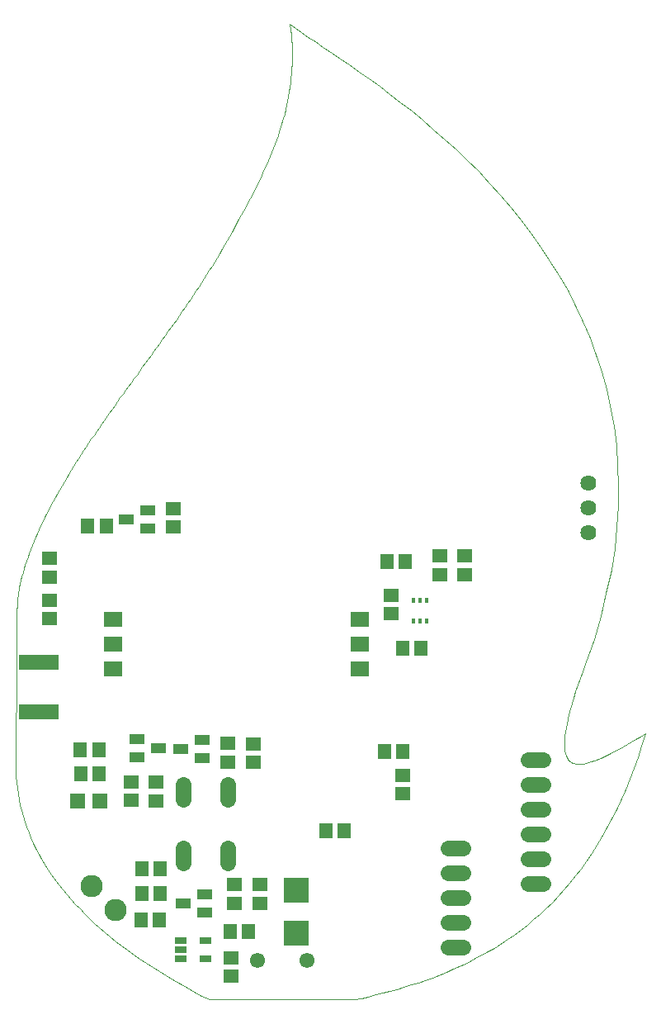
<source format=gbs>
G75*
%MOIN*%
%OFA0B0*%
%FSLAX25Y25*%
%IPPOS*%
%LPD*%
%AMOC8*
5,1,8,0,0,1.08239X$1,22.5*
%
%ADD10C,0.00000*%
%ADD11C,0.06400*%
%ADD12C,0.09000*%
%ADD13R,0.05518X0.06306*%
%ADD14R,0.06306X0.05518*%
%ADD15R,0.06100X0.05900*%
%ADD16R,0.05912X0.04337*%
%ADD17R,0.09849X0.09849*%
%ADD18R,0.01778X0.02369*%
%ADD19C,0.06109*%
%ADD20C,0.06400*%
%ADD21R,0.07487X0.05912*%
%ADD22R,0.05124X0.02565*%
%ADD23R,0.16400X0.06400*%
D10*
X0049225Y0058865D02*
X0046667Y0063028D01*
X0045489Y0065136D01*
X0044414Y0067269D01*
X0043340Y0069403D01*
X0042369Y0071562D01*
X0041504Y0073747D01*
X0040639Y0075932D01*
X0039879Y0078143D01*
X0039227Y0080380D01*
X0038575Y0082617D01*
X0038032Y0084880D01*
X0037164Y0089457D01*
X0036840Y0091771D01*
X0036628Y0094111D01*
X0036417Y0096452D01*
X0036317Y0098818D01*
X0036332Y0101210D01*
X0036356Y0105023D01*
X0036380Y0108837D01*
X0036451Y0120278D01*
X0036475Y0124091D01*
X0036523Y0131719D01*
X0036547Y0135532D01*
X0036594Y0143159D01*
X0036618Y0146973D01*
X0036690Y0158414D01*
X0036713Y0162227D01*
X0036722Y0163669D01*
X0036796Y0165129D01*
X0036929Y0166605D01*
X0037062Y0168081D01*
X0037256Y0169574D01*
X0037755Y0172588D01*
X0038061Y0174109D01*
X0038418Y0175642D01*
X0038776Y0177176D01*
X0038775Y0177166D02*
X0038771Y0177166D01*
X0038775Y0177166D02*
X0039183Y0178717D01*
X0039186Y0178721D02*
X0039644Y0180277D01*
X0040101Y0181833D01*
X0040607Y0183399D01*
X0041157Y0184973D01*
X0041706Y0186547D01*
X0042300Y0188130D01*
X0042934Y0189718D01*
X0043567Y0191306D01*
X0044241Y0192900D01*
X0044950Y0194499D01*
X0045659Y0196097D01*
X0046405Y0197699D01*
X0047181Y0199303D01*
X0047958Y0200907D01*
X0048767Y0202513D01*
X0049604Y0204119D01*
X0050440Y0205725D01*
X0051305Y0207331D01*
X0052192Y0208934D01*
X0053080Y0210537D01*
X0053992Y0212139D01*
X0054923Y0213735D01*
X0055855Y0215332D01*
X0056806Y0216925D01*
X0057772Y0218511D01*
X0058739Y0220097D01*
X0059721Y0221677D01*
X0060715Y0223248D01*
X0061709Y0224820D01*
X0062714Y0226383D01*
X0063727Y0227935D01*
X0064740Y0229487D01*
X0065760Y0231029D01*
X0066784Y0232558D01*
X0067808Y0234088D01*
X0068835Y0235604D01*
X0069862Y0237106D01*
X0070890Y0238611D01*
X0071935Y0240120D01*
X0074055Y0243149D01*
X0075129Y0244669D01*
X0076216Y0246195D01*
X0077303Y0247721D01*
X0078402Y0249253D01*
X0079511Y0250791D01*
X0080620Y0252329D01*
X0081739Y0253872D01*
X0082866Y0255422D01*
X0083992Y0256972D01*
X0085126Y0258529D01*
X0086265Y0260092D01*
X0087405Y0261655D01*
X0088549Y0263224D01*
X0089696Y0264801D01*
X0090844Y0266377D01*
X0091994Y0267960D01*
X0094295Y0271141D01*
X0095446Y0272739D01*
X0096595Y0274344D01*
X0097744Y0275949D01*
X0098891Y0277561D01*
X0100033Y0279181D01*
X0101176Y0280801D01*
X0102314Y0282429D01*
X0103446Y0284065D01*
X0104578Y0285701D01*
X0105703Y0287345D01*
X0106819Y0288997D01*
X0107935Y0290649D01*
X0109041Y0292309D01*
X0110137Y0293978D01*
X0111232Y0295647D01*
X0112316Y0297324D01*
X0113386Y0299010D01*
X0114456Y0300696D01*
X0115512Y0302391D01*
X0116552Y0304096D01*
X0117592Y0305800D01*
X0118616Y0307513D01*
X0119621Y0309235D01*
X0120627Y0310958D01*
X0121613Y0312690D01*
X0123545Y0316173D01*
X0124502Y0317901D01*
X0126391Y0321334D01*
X0127323Y0323040D01*
X0128239Y0324738D01*
X0129155Y0326436D01*
X0130055Y0328126D01*
X0131816Y0331497D01*
X0132676Y0333178D01*
X0133513Y0334857D01*
X0134350Y0336537D01*
X0135163Y0338214D01*
X0135950Y0339893D01*
X0136736Y0341572D01*
X0137495Y0343253D01*
X0138951Y0346623D01*
X0139648Y0348312D01*
X0140311Y0350010D01*
X0140974Y0351707D01*
X0141602Y0353412D01*
X0142192Y0355127D01*
X0142782Y0356843D01*
X0143333Y0358569D01*
X0144352Y0362049D01*
X0144820Y0363803D01*
X0145242Y0365574D01*
X0145664Y0367344D01*
X0146040Y0369132D01*
X0146694Y0372747D01*
X0146972Y0374574D01*
X0147196Y0376425D01*
X0147421Y0378276D01*
X0147592Y0380149D01*
X0147707Y0382049D01*
X0147821Y0383949D01*
X0147879Y0385875D01*
X0147877Y0387830D01*
X0147874Y0389785D01*
X0147811Y0391769D01*
X0147684Y0393786D01*
X0147557Y0395802D01*
X0147366Y0397851D01*
X0147107Y0399936D01*
X0149131Y0398453D01*
X0151591Y0396761D01*
X0154411Y0394854D01*
X0157231Y0392947D01*
X0160410Y0390825D01*
X0163874Y0388481D01*
X0167337Y0386137D01*
X0171083Y0383571D01*
X0175037Y0380777D01*
X0178991Y0377984D01*
X0183152Y0374961D01*
X0187443Y0371705D01*
X0191734Y0368448D01*
X0196156Y0364956D01*
X0200632Y0361224D01*
X0205108Y0357491D01*
X0209638Y0353517D01*
X0214146Y0349295D01*
X0218654Y0345074D01*
X0223140Y0340605D01*
X0227527Y0335881D01*
X0231914Y0331158D01*
X0236203Y0326180D01*
X0240316Y0320942D01*
X0244429Y0315704D01*
X0248368Y0310205D01*
X0255741Y0298673D01*
X0259176Y0292639D01*
X0265391Y0280026D01*
X0268170Y0273445D01*
X0272920Y0259724D01*
X0274890Y0252583D01*
X0277870Y0237729D01*
X0278879Y0230015D01*
X0279783Y0214001D01*
X0279678Y0205701D01*
X0278939Y0197101D01*
X0278200Y0188501D01*
X0276827Y0179602D01*
X0274744Y0170396D01*
X0272662Y0161191D01*
X0269869Y0151680D01*
X0266290Y0141856D01*
X0265184Y0138821D01*
X0264191Y0135982D01*
X0263308Y0133329D01*
X0262425Y0130677D01*
X0261653Y0128213D01*
X0260323Y0123642D01*
X0259767Y0121536D01*
X0258865Y0117666D01*
X0258520Y0115903D01*
X0258279Y0114304D01*
X0258037Y0112704D01*
X0257900Y0111268D01*
X0257863Y0109988D01*
X0257827Y0108708D01*
X0257892Y0107583D01*
X0258056Y0106606D01*
X0258220Y0105629D01*
X0258484Y0104800D01*
X0258844Y0104111D01*
X0259205Y0103421D01*
X0259662Y0102872D01*
X0260214Y0102454D01*
X0260766Y0102037D01*
X0261413Y0101752D01*
X0262892Y0101429D01*
X0263725Y0101391D01*
X0264647Y0101470D01*
X0265570Y0101549D01*
X0266582Y0101744D01*
X0268784Y0102350D01*
X0269974Y0102761D01*
X0272524Y0103785D01*
X0273885Y0104397D01*
X0275330Y0105101D01*
X0276775Y0105806D01*
X0278303Y0106603D01*
X0279914Y0107484D01*
X0281524Y0108366D01*
X0283215Y0109332D01*
X0286758Y0111417D01*
X0288608Y0112537D01*
X0290535Y0113725D01*
X0289087Y0108846D01*
X0287539Y0104197D01*
X0285898Y0099764D01*
X0284257Y0095332D01*
X0282524Y0091117D01*
X0278886Y0083098D01*
X0276981Y0079293D01*
X0274998Y0075682D01*
X0273015Y0072070D01*
X0270953Y0068652D01*
X0268819Y0065414D01*
X0266685Y0062177D01*
X0264480Y0059120D01*
X0262210Y0056233D01*
X0259940Y0053346D01*
X0257605Y0050627D01*
X0255212Y0048066D01*
X0252819Y0045504D01*
X0250368Y0043100D01*
X0247867Y0040840D01*
X0245365Y0038580D01*
X0242813Y0036466D01*
X0237620Y0032501D01*
X0234980Y0030652D01*
X0229625Y0027195D01*
X0226911Y0025587D01*
X0221423Y0022589D01*
X0218649Y0021199D01*
X0213054Y0018611D01*
X0210234Y0017414D01*
X0204561Y0015188D01*
X0201708Y0014160D01*
X0198846Y0013205D01*
X0195985Y0012249D01*
X0193114Y0011366D01*
X0190241Y0010543D01*
X0187368Y0009720D01*
X0184492Y0008958D01*
X0181622Y0008244D01*
X0178751Y0007530D01*
X0175886Y0006864D01*
X0173032Y0006235D01*
X0114522Y0006235D01*
X0111436Y0007801D01*
X0108429Y0009392D01*
X0105503Y0011010D01*
X0102578Y0012627D01*
X0099734Y0014270D01*
X0096974Y0015939D01*
X0094214Y0017608D01*
X0091538Y0019303D01*
X0088948Y0021024D01*
X0086358Y0022744D01*
X0083854Y0024490D01*
X0081438Y0026262D01*
X0079022Y0028034D01*
X0076694Y0029832D01*
X0074457Y0031656D01*
X0072219Y0033480D01*
X0070072Y0035329D01*
X0068018Y0037204D01*
X0065963Y0039080D01*
X0064001Y0040981D01*
X0062134Y0042908D01*
X0060267Y0044834D01*
X0058494Y0046787D01*
X0056819Y0048766D01*
X0055143Y0050744D01*
X0053564Y0052748D01*
X0050605Y0056809D01*
X0049225Y0058865D01*
X0039178Y0178704D02*
X0039191Y0178745D01*
D11*
X0104026Y0093048D02*
X0104026Y0087048D01*
X0104026Y0067448D02*
X0104026Y0061448D01*
X0121826Y0061448D02*
X0121826Y0067448D01*
X0121826Y0087048D02*
X0121826Y0093048D01*
X0211022Y0067468D02*
X0217022Y0067468D01*
X0217022Y0057468D02*
X0211022Y0057468D01*
X0211022Y0047468D02*
X0217022Y0047468D01*
X0217022Y0037468D02*
X0211022Y0037468D01*
X0211022Y0027468D02*
X0217022Y0027468D01*
X0243238Y0053044D02*
X0249238Y0053044D01*
X0249238Y0063044D02*
X0243238Y0063044D01*
X0243238Y0073044D02*
X0249238Y0073044D01*
X0249238Y0083044D02*
X0243238Y0083044D01*
X0243238Y0093044D02*
X0249238Y0093044D01*
X0249238Y0103044D02*
X0243238Y0103044D01*
D12*
X0076664Y0042276D03*
X0066921Y0052020D03*
D13*
X0087256Y0048902D03*
X0087256Y0059138D03*
X0094737Y0059138D03*
X0094737Y0048902D03*
X0094343Y0038272D03*
X0086863Y0038272D03*
X0122926Y0033587D03*
X0130406Y0033587D03*
X0161626Y0074256D03*
X0169107Y0074256D03*
X0185170Y0106382D03*
X0192650Y0106382D03*
X0192532Y0148154D03*
X0200012Y0148154D03*
X0193674Y0183193D03*
X0186193Y0183193D03*
X0072886Y0197287D03*
X0065406Y0197287D03*
X0062414Y0106933D03*
X0069894Y0106933D03*
X0070091Y0097484D03*
X0062611Y0097484D03*
D14*
X0082965Y0094098D03*
X0082965Y0086618D03*
X0093004Y0086461D03*
X0093004Y0093941D03*
X0121941Y0102130D03*
X0121941Y0109610D03*
X0132374Y0109492D03*
X0132374Y0102012D03*
X0135091Y0052642D03*
X0135091Y0045161D03*
X0124461Y0045161D03*
X0124461Y0052642D03*
X0123280Y0023114D03*
X0123280Y0015634D03*
X0192532Y0089374D03*
X0192532Y0096854D03*
X0187886Y0162051D03*
X0187886Y0169531D03*
X0207493Y0177799D03*
X0207493Y0185280D03*
X0217532Y0185358D03*
X0217532Y0177878D03*
X0100091Y0196933D03*
X0100091Y0204413D03*
X0050091Y0184256D03*
X0050091Y0176776D03*
X0050012Y0167445D03*
X0050012Y0159965D03*
D15*
X0061439Y0086382D03*
X0070239Y0086382D03*
D16*
X0085406Y0104020D03*
X0085406Y0111500D03*
X0094067Y0107760D03*
X0103122Y0107445D03*
X0111784Y0111185D03*
X0111784Y0103705D03*
X0112650Y0048705D03*
X0112650Y0041224D03*
X0103989Y0044965D03*
X0089737Y0196303D03*
X0089737Y0203783D03*
X0081075Y0200043D03*
D17*
X0149658Y0050476D03*
X0149658Y0033154D03*
D18*
X0197020Y0159020D03*
X0199579Y0159020D03*
X0202138Y0159020D03*
X0202138Y0167287D03*
X0199579Y0167287D03*
X0197020Y0167287D03*
D19*
X0153800Y0022094D03*
X0134115Y0022094D03*
D20*
X0267572Y0194822D03*
X0267572Y0204822D03*
X0267572Y0214822D03*
D21*
X0175248Y0159571D03*
X0175248Y0149571D03*
X0175248Y0139571D03*
X0075642Y0139571D03*
X0075642Y0149571D03*
X0075642Y0159571D03*
D22*
X0102847Y0030201D03*
X0102847Y0026461D03*
X0102847Y0022720D03*
X0113083Y0022720D03*
X0113083Y0030201D03*
D23*
X0045650Y0122287D03*
X0045650Y0142287D03*
M02*

</source>
